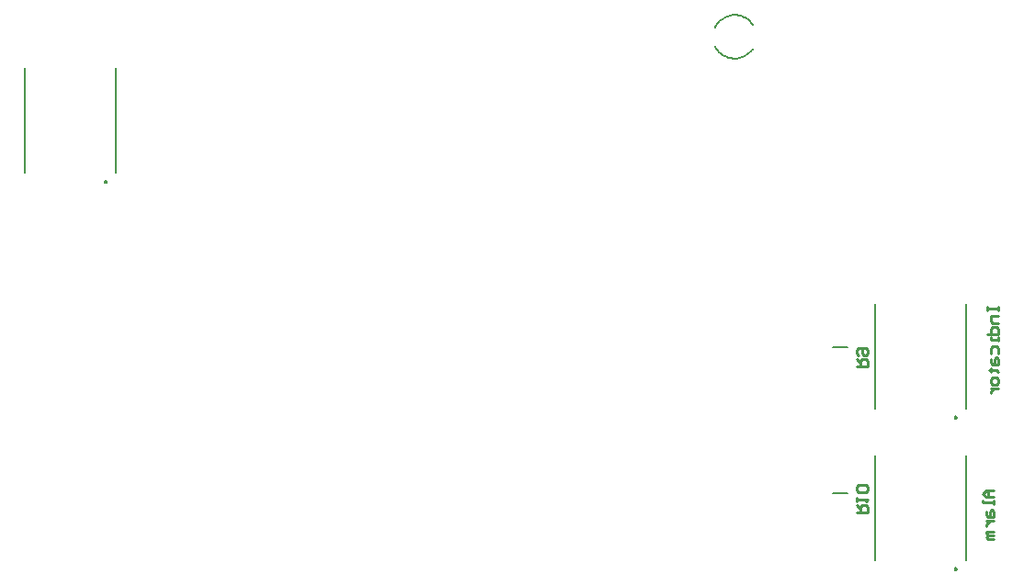
<source format=gbo>
%FSTAX23Y23*%
%MOIN*%
%SFA1B1*%

%IPPOS*%
%ADD10C,0.010000*%
%ADD11C,0.007874*%
%ADD43C,0.005000*%
%LNbinbot_board_ver4-1*%
%LPD*%
G54D10*
X03825Y-0173D02*
X03798D01*
X03785Y-01743*
X03798Y-01756*
X03825*
X03805*
Y-0173*
X03825Y-01769D02*
Y-01782D01*
Y-01775*
X03785*
Y-01769*
X03798Y-01808D02*
Y-01821D01*
X03805Y-01828*
X03825*
Y-01808*
X03818Y-01802*
X03811Y-01808*
Y-01828*
X03798Y-01841D02*
X03825D01*
X03811*
X03805Y-01848*
X03798Y-01854*
Y-01861*
X03825Y-0188D02*
X03798D01*
Y-01887*
X03805Y-01893*
X03825*
X03805*
X03798Y-019*
X03805Y-01907*
X03825*
X038Y-01065D02*
Y-01078D01*
Y-01071*
X0384*
Y-01065*
Y-01078*
Y-01097D02*
X03813D01*
Y-01117*
X0382Y-01124*
X0384*
X038Y-01163D02*
X0384D01*
Y-01143*
X03833Y-01137*
X0382*
X03813Y-01143*
Y-01163*
X0384Y-01176D02*
Y-01189D01*
Y-01183*
X03813*
Y-01176*
Y-01235D02*
Y-01215D01*
X0382Y-01209*
X03833*
X0384Y-01215*
Y-01235*
X03813Y-01255D02*
Y-01268D01*
X0382Y-01274*
X0384*
Y-01255*
X03833Y-01248*
X03826Y-01255*
Y-01274*
X03807Y-01294D02*
X03813D01*
Y-01288*
Y-01301*
Y-01294*
X03833*
X0384Y-01301*
Y-01327D02*
Y-0134D01*
X03833Y-01347*
X0382*
X03813Y-0134*
Y-01327*
X0382Y-0132*
X03833*
X0384Y-01327*
X03813Y-0136D02*
X0384D01*
X03826*
X0382Y-01366*
X03813Y-01373*
Y-01379*
X03326Y-0128D02*
X03366D01*
Y-0126*
X03359Y-01254*
X03346*
X03339Y-0126*
Y-0128*
Y-01267D02*
X03326Y-01254D01*
X03333Y-01241D02*
X03326Y-01234D01*
Y-01221*
X03333Y-01215*
X03359*
X03366Y-01221*
Y-01234*
X03359Y-01241*
X03353*
X03346Y-01234*
Y-01215*
X03326Y-0181D02*
X03366D01*
Y-0179*
X03359Y-01784*
X03346*
X03339Y-0179*
Y-0181*
Y-01797D02*
X03326Y-01784D01*
Y-01771D02*
Y-01758D01*
Y-01764*
X03366*
X03359Y-01771*
Y-01738D02*
X03366Y-01731D01*
Y-01718*
X03359Y-01712*
X03333*
X03326Y-01718*
Y-01731*
X03333Y-01738*
X03359*
G54D11*
X00608Y-00611D02*
D01*
X00608Y-00611*
X00608Y-00611*
X00608Y-0061*
X00608Y-0061*
X00608Y-0061*
X00608Y-0061*
X00608Y-00609*
X00608Y-00609*
X00607Y-00609*
X00607Y-00609*
X00607Y-00608*
X00607Y-00608*
X00607Y-00608*
X00607Y-00608*
X00606Y-00608*
X00606Y-00608*
X00606Y-00608*
X00606Y-00607*
X00605Y-00607*
X00605Y-00607*
X00605Y-00607*
X00604Y-00607*
X00604*
X00604Y-00607*
X00604Y-00607*
X00603Y-00607*
X00603Y-00607*
X00603Y-00608*
X00603Y-00608*
X00602Y-00608*
X00602Y-00608*
X00602Y-00608*
X00602Y-00608*
X00601Y-00608*
X00601Y-00609*
X00601Y-00609*
X00601Y-00609*
X00601Y-00609*
X00601Y-0061*
X00601Y-0061*
X00601Y-0061*
X006Y-0061*
X006Y-00611*
X006Y-00611*
X006Y-00611*
X006Y-00612*
X006Y-00612*
X006Y-00612*
X00601Y-00612*
X00601Y-00613*
X00601Y-00613*
X00601Y-00613*
X00601Y-00613*
X00601Y-00614*
X00601Y-00614*
X00601Y-00614*
X00602Y-00614*
X00602Y-00614*
X00602Y-00614*
X00602Y-00615*
X00603Y-00615*
X00603Y-00615*
X00603Y-00615*
X00603Y-00615*
X00604Y-00615*
X00604Y-00615*
X00604Y-00615*
X00604*
X00605Y-00615*
X00605Y-00615*
X00605Y-00615*
X00606Y-00615*
X00606Y-00615*
X00606Y-00615*
X00606Y-00615*
X00607Y-00614*
X00607Y-00614*
X00607Y-00614*
X00607Y-00614*
X00607Y-00614*
X00607Y-00614*
X00608Y-00613*
X00608Y-00613*
X00608Y-00613*
X00608Y-00613*
X00608Y-00612*
X00608Y-00612*
X00608Y-00612*
X00608Y-00612*
X00608Y-00611*
X02813Y-00117D02*
D01*
X02815Y-00122*
X02818Y-00127*
X02821Y-00131*
X02825Y-00136*
X02828Y-0014*
X02832Y-00144*
X02837Y-00147*
X02841Y-0015*
X02846Y-00153*
X02851Y-00156*
X02856Y-00158*
X02861Y-0016*
X02866Y-00161*
X02872Y-00162*
X02877Y-00163*
X02883Y-00163*
X02888Y-00163*
X02894Y-00163*
X02899Y-00162*
X02904Y-00161*
X0291Y-00159*
X02915Y-00157*
X0292Y-00155*
X02925Y-00152*
X02929Y-00149*
X02934Y-00146*
X02938Y-00142*
X02942Y-00139*
X02945Y-00135*
X02949Y-0013*
X02951Y-00127*
Y-00042D02*
D01*
X02948Y-00038*
X02944Y-00033*
X02941Y-00029*
X02937Y-00026*
X02932Y-00022*
X02928Y-00019*
X02923Y-00016*
X02918Y-00013*
X02913Y-00011*
X02908Y-00009*
X02903Y-00008*
X02897Y-00007*
X02892Y-00006*
X02887Y-00006*
X02881Y-00006*
X02876Y-00006*
X0287Y-00007*
X02865Y-00008*
X02859Y-0001*
X02854Y-00012*
X02849Y-00014*
X02845Y-00017*
X0284Y-0002*
X02835Y-00023*
X02831Y-00026*
X02827Y-0003*
X02824Y-00034*
X0282Y-00039*
X02817Y-00043*
X02815Y-00048*
X02813Y-00052*
X0369Y-01466D02*
D01*
X0369Y-01466*
X0369Y-01466*
X0369Y-01465*
X0369Y-01465*
X0369Y-01465*
X0369Y-01465*
X0369Y-01464*
X0369Y-01464*
X0369Y-01464*
X03689Y-01464*
X03689Y-01463*
X03689Y-01463*
X03689Y-01463*
X03689Y-01463*
X03688Y-01463*
X03688Y-01463*
X03688Y-01463*
X03688Y-01462*
X03687Y-01462*
X03687Y-01462*
X03687Y-01462*
X03686Y-01462*
X03686*
X03686Y-01462*
X03686Y-01462*
X03685Y-01462*
X03685Y-01462*
X03685Y-01463*
X03685Y-01463*
X03684Y-01463*
X03684Y-01463*
X03684Y-01463*
X03684Y-01463*
X03683Y-01463*
X03683Y-01464*
X03683Y-01464*
X03683Y-01464*
X03683Y-01464*
X03683Y-01465*
X03683Y-01465*
X03683Y-01465*
X03682Y-01465*
X03682Y-01466*
X03682Y-01466*
X03682Y-01466*
X03682Y-01467*
X03682Y-01467*
X03682Y-01467*
X03683Y-01467*
X03683Y-01468*
X03683Y-01468*
X03683Y-01468*
X03683Y-01468*
X03683Y-01469*
X03683Y-01469*
X03683Y-01469*
X03684Y-01469*
X03684Y-01469*
X03684Y-01469*
X03684Y-0147*
X03685Y-0147*
X03685Y-0147*
X03685Y-0147*
X03685Y-0147*
X03686Y-0147*
X03686Y-0147*
X03686Y-0147*
X03686*
X03687Y-0147*
X03687Y-0147*
X03687Y-0147*
X03688Y-0147*
X03688Y-0147*
X03688Y-0147*
X03688Y-0147*
X03689Y-01469*
X03689Y-01469*
X03689Y-01469*
X03689Y-01469*
X03689Y-01469*
X0369Y-01469*
X0369Y-01468*
X0369Y-01468*
X0369Y-01468*
X0369Y-01468*
X0369Y-01467*
X0369Y-01467*
X0369Y-01467*
X0369Y-01467*
X0369Y-01466*
Y-02016D02*
D01*
X0369Y-02016*
X0369Y-02016*
X0369Y-02015*
X0369Y-02015*
X0369Y-02015*
X0369Y-02015*
X0369Y-02014*
X0369Y-02014*
X0369Y-02014*
X03689Y-02014*
X03689Y-02013*
X03689Y-02013*
X03689Y-02013*
X03689Y-02013*
X03688Y-02013*
X03688Y-02013*
X03688Y-02013*
X03688Y-02012*
X03687Y-02012*
X03687Y-02012*
X03687Y-02012*
X03686Y-02012*
X03686*
X03686Y-02012*
X03686Y-02012*
X03685Y-02012*
X03685Y-02012*
X03685Y-02013*
X03685Y-02013*
X03684Y-02013*
X03684Y-02013*
X03684Y-02013*
X03684Y-02013*
X03683Y-02013*
X03683Y-02014*
X03683Y-02014*
X03683Y-02014*
X03683Y-02014*
X03683Y-02015*
X03683Y-02015*
X03683Y-02015*
X03682Y-02015*
X03682Y-02016*
X03682Y-02016*
X03682Y-02016*
X03682Y-02017*
X03682Y-02017*
X03682Y-02017*
X03683Y-02017*
X03683Y-02018*
X03683Y-02018*
X03683Y-02018*
X03683Y-02018*
X03683Y-02019*
X03683Y-02019*
X03683Y-02019*
X03684Y-02019*
X03684Y-02019*
X03684Y-02019*
X03684Y-0202*
X03685Y-0202*
X03685Y-0202*
X03685Y-0202*
X03685Y-0202*
X03686Y-0202*
X03686Y-0202*
X03686Y-0202*
X03686*
X03687Y-0202*
X03687Y-0202*
X03687Y-0202*
X03688Y-0202*
X03688Y-0202*
X03688Y-0202*
X03688Y-0202*
X03689Y-02019*
X03689Y-02019*
X03689Y-02019*
X03689Y-02019*
X03689Y-02019*
X0369Y-02019*
X0369Y-02018*
X0369Y-02018*
X0369Y-02018*
X0369Y-02018*
X0369Y-02017*
X0369Y-02017*
X0369Y-02017*
X0369Y-02017*
X0369Y-02016*
X03241Y-0121D02*
X03292D01*
X03241Y-0174D02*
X03292D01*
G54D43*
X00311Y-00579D02*
Y-00199D01*
X0064Y-00578D02*
X00641Y-00199D01*
X03722Y-01433D02*
X03723Y-01054D01*
X03393Y-01434D02*
Y-01054D01*
X03722Y-01983D02*
X03723Y-01604D01*
X03393Y-01984D02*
Y-01604D01*
M02*
</source>
